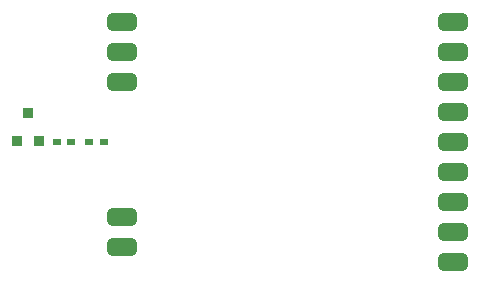
<source format=gbp>
G04*
G04 #@! TF.GenerationSoftware,Altium Limited,Altium Designer,21.2.0 (30)*
G04*
G04 Layer_Color=128*
%FSLAX24Y24*%
%MOIN*%
G70*
G04*
G04 #@! TF.SameCoordinates,6A3BDC20-E317-4547-97BB-DAA7722936CF*
G04*
G04*
G04 #@! TF.FilePolarity,Positive*
G04*
G01*
G75*
%ADD13R,0.0260X0.0200*%
G04:AMPARAMS|DCode=15|XSize=98.4mil|YSize=59.1mil|CornerRadius=14.8mil|HoleSize=0mil|Usage=FLASHONLY|Rotation=0.000|XOffset=0mil|YOffset=0mil|HoleType=Round|Shape=RoundedRectangle|*
%AMROUNDEDRECTD15*
21,1,0.0984,0.0295,0,0,0.0*
21,1,0.0689,0.0591,0,0,0.0*
1,1,0.0295,0.0344,-0.0148*
1,1,0.0295,-0.0344,-0.0148*
1,1,0.0295,-0.0344,0.0148*
1,1,0.0295,0.0344,0.0148*
%
%ADD15ROUNDEDRECTD15*%
%ADD34R,0.0354X0.0374*%
%ADD35R,0.0354X0.0374*%
D13*
X3330Y0D02*
D03*
X2850D02*
D03*
X2240D02*
D03*
X1760D02*
D03*
D15*
X3940Y-2500D02*
D03*
Y-3500D02*
D03*
X14964Y-4000D02*
D03*
Y-3000D02*
D03*
Y-2000D02*
D03*
Y-1000D02*
D03*
Y0D02*
D03*
Y1000D02*
D03*
Y2000D02*
D03*
Y3000D02*
D03*
Y4000D02*
D03*
X3940D02*
D03*
Y2996D02*
D03*
Y1996D02*
D03*
D34*
X1174Y37D02*
D03*
X800Y963D02*
D03*
D35*
X426Y37D02*
D03*
M02*

</source>
